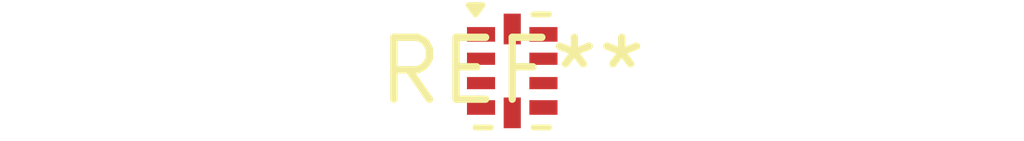
<source format=kicad_pcb>
(kicad_pcb (version 20240108) (generator pcbnew)
  (layers (0 "F.Cu" signal) (31 "B.Cu" signal) (34 "B.Paste" user) (35 "F.Paste" user) (36 "B.SilkS" user "B.Silkscreen") (37 "F.SilkS" user "F.Silkscreen") (38 "B.Mask" user) (39 "F.Mask" user) (44 "Edge.Cuts" user))
  (net 0 "")
  (footprint "Texas_R-PUQFN-N10" (layer "F.Cu") (at 0 0)
    (property "Reference" "REF**")
    (property "Value" "Texas_R-PUQFN-N10")
    (fp_line (start -0.44 1.16) (end -0.75 1.16) (layer "F.SilkS") (stroke (width 0.12)))
    (fp_line (start 0.75 -1.16) (end 0.43 -1.16) (layer "F.SilkS") (stroke (width 0.12)))
    (fp_line (start 0.75 1.16) (end 0.44 1.16) (layer "F.SilkS") (stroke (width 0.12)))
    (fp_poly (pts (xy -0.75 -1.16) (xy -0.89 -1.35) (xy -0.61 -1.35) (xy -0.75 -1.16)) (layer "F.SilkS") (stroke (width 0.12)) (fill solid))
    (pad "1" smd rect (at -0.6375 -0.75) (size 0.575 0.3) (layers "F.Cu" "F.Paste" "F.Mask"))
    (pad "2" smd rect (at -0.6375 -0.25) (size 0.575 0.25) (layers "F.Cu" "F.Paste" "F.Mask"))
    (pad "3" smd rect (at -0.6375 0.25) (size 0.575 0.25) (layers "F.Cu" "F.Paste" "F.Mask"))
    (pad "4" smd rect (at -0.6375 0.75) (size 0.575 0.3) (layers "F.Cu" "F.Paste" "F.Mask"))
    (pad "5" smd rect (at 0 0.86) (size 0.35 0.63) (layers "F.Cu" "F.Paste" "F.Mask"))
    (pad "6" smd rect (at 0.6375 0.75) (size 0.575 0.3) (layers "F.Cu" "F.Paste" "F.Mask"))
    (pad "7" smd rect (at 0.6375 0.25) (size 0.575 0.25) (layers "F.Cu" "F.Paste" "F.Mask"))
    (pad "8" smd rect (at 0.6375 -0.25) (size 0.575 0.25) (layers "F.Cu" "F.Paste" "F.Mask"))
    (pad "9" smd rect (at 0.6375 -0.75) (size 0.575 0.3) (layers "F.Cu" "F.Paste" "F.Mask"))
    (pad "10" smd rect (at 0 -0.86) (size 0.35 0.63) (layers "F.Cu" "F.Paste" "F.Mask"))
  )
)
</source>
